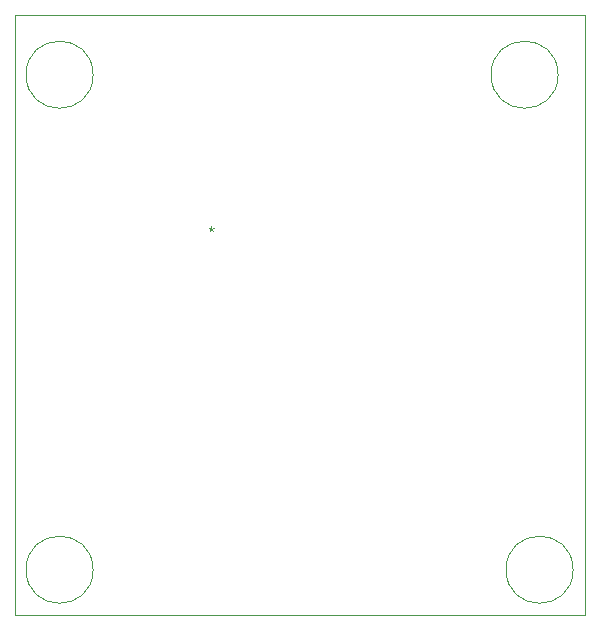
<source format=gbr>
G04 #@! TF.GenerationSoftware,KiCad,Pcbnew,(5.1.2)-2*
G04 #@! TF.CreationDate,2019-07-31T13:06:10-06:00*
G04 #@! TF.ProjectId,ps2plus,70733270-6c75-4732-9e6b-696361645f70,rev?*
G04 #@! TF.SameCoordinates,Original*
G04 #@! TF.FileFunction,Profile,NP*
%FSLAX46Y46*%
G04 Gerber Fmt 4.6, Leading zero omitted, Abs format (unit mm)*
G04 Created by KiCad (PCBNEW (5.1.2)-2) date 2019-07-31 13:06:10*
%MOMM*%
%LPD*%
G04 APERTURE LIST*
%ADD10C,0.050000*%
G04 APERTURE END LIST*
D10*
X127299806Y-106680000D02*
G75*
G03X127299806Y-106680000I-2839806J0D01*
G01*
X167939806Y-106680000D02*
G75*
G03X167939806Y-106680000I-2839806J0D01*
G01*
X166669806Y-64770000D02*
G75*
G03X166669806Y-64770000I-2839806J0D01*
G01*
X127299806Y-64770000D02*
G75*
G03X127299806Y-64770000I-2839806J0D01*
G01*
X120650000Y-110490000D02*
X120650000Y-59690000D01*
X168910000Y-110490000D02*
X120650000Y-110490000D01*
X168910000Y-106680000D02*
X168910000Y-110490000D01*
X168910000Y-59690000D02*
X168910000Y-106680000D01*
X120650000Y-59690000D02*
X168910000Y-59690000D01*
X137310000Y-77598380D02*
X137310000Y-77836476D01*
X137071904Y-77741238D02*
X137310000Y-77836476D01*
X137548095Y-77741238D01*
X137167142Y-78026952D02*
X137310000Y-77836476D01*
X137452857Y-78026952D01*
M02*

</source>
